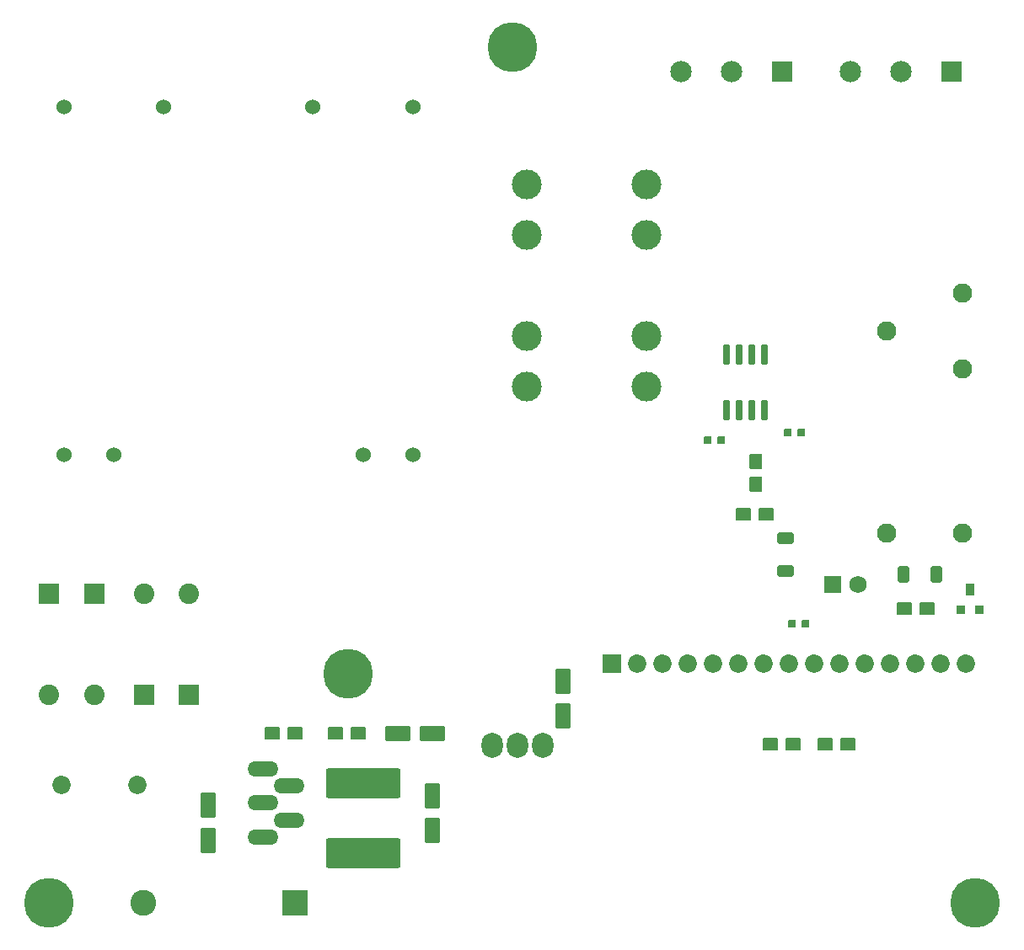
<source format=gbr>
%TF.GenerationSoftware,Altium Limited,Altium Designer,24.0.1 (36)*%
G04 Layer_Color=255*
%FSLAX45Y45*%
%MOMM*%
%TF.SameCoordinates,95B5C6B2-F670-4A0E-B731-85317CB4A22F*%
%TF.FilePolarity,Positive*%
%TF.FileFunction,Pads,Top*%
%TF.Part,Single*%
G01*
G75*
%TA.AperFunction,SMDPad,CuDef*%
G04:AMPARAMS|DCode=10|XSize=1.14mm|YSize=1.63mm|CornerRadius=0.1425mm|HoleSize=0mm|Usage=FLASHONLY|Rotation=0.000|XOffset=0mm|YOffset=0mm|HoleType=Round|Shape=RoundedRectangle|*
%AMROUNDEDRECTD10*
21,1,1.14000,1.34500,0,0,0.0*
21,1,0.85500,1.63000,0,0,0.0*
1,1,0.28500,0.42750,-0.67250*
1,1,0.28500,-0.42750,-0.67250*
1,1,0.28500,-0.42750,0.67250*
1,1,0.28500,0.42750,0.67250*
%
%ADD10ROUNDEDRECTD10*%
G04:AMPARAMS|DCode=11|XSize=1.524mm|YSize=1.27mm|CornerRadius=0.09525mm|HoleSize=0mm|Usage=FLASHONLY|Rotation=180.000|XOffset=0mm|YOffset=0mm|HoleType=Round|Shape=RoundedRectangle|*
%AMROUNDEDRECTD11*
21,1,1.52400,1.07950,0,0,180.0*
21,1,1.33350,1.27000,0,0,180.0*
1,1,0.19050,-0.66675,0.53975*
1,1,0.19050,0.66675,0.53975*
1,1,0.19050,0.66675,-0.53975*
1,1,0.19050,-0.66675,-0.53975*
%
%ADD11ROUNDEDRECTD11*%
G04:AMPARAMS|DCode=12|XSize=0.762mm|YSize=0.762mm|CornerRadius=0.0381mm|HoleSize=0mm|Usage=FLASHONLY|Rotation=180.000|XOffset=0mm|YOffset=0mm|HoleType=Round|Shape=RoundedRectangle|*
%AMROUNDEDRECTD12*
21,1,0.76200,0.68580,0,0,180.0*
21,1,0.68580,0.76200,0,0,180.0*
1,1,0.07620,-0.34290,0.34290*
1,1,0.07620,0.34290,0.34290*
1,1,0.07620,0.34290,-0.34290*
1,1,0.07620,-0.34290,-0.34290*
%
%ADD12ROUNDEDRECTD12*%
G04:AMPARAMS|DCode=13|XSize=1.524mm|YSize=1.27mm|CornerRadius=0.09525mm|HoleSize=0mm|Usage=FLASHONLY|Rotation=90.000|XOffset=0mm|YOffset=0mm|HoleType=Round|Shape=RoundedRectangle|*
%AMROUNDEDRECTD13*
21,1,1.52400,1.07950,0,0,90.0*
21,1,1.33350,1.27000,0,0,90.0*
1,1,0.19050,0.53975,0.66675*
1,1,0.19050,0.53975,-0.66675*
1,1,0.19050,-0.53975,-0.66675*
1,1,0.19050,-0.53975,0.66675*
%
%ADD13ROUNDEDRECTD13*%
%ADD14R,0.91440X1.27000*%
%ADD15R,0.91440X0.91440*%
G04:AMPARAMS|DCode=16|XSize=7.5mm|YSize=3mm|CornerRadius=0.225mm|HoleSize=0mm|Usage=FLASHONLY|Rotation=180.000|XOffset=0mm|YOffset=0mm|HoleType=Round|Shape=RoundedRectangle|*
%AMROUNDEDRECTD16*
21,1,7.50000,2.55000,0,0,180.0*
21,1,7.05000,3.00000,0,0,180.0*
1,1,0.45000,-3.52500,1.27500*
1,1,0.45000,3.52500,1.27500*
1,1,0.45000,3.52500,-1.27500*
1,1,0.45000,-3.52500,-1.27500*
%
%ADD16ROUNDEDRECTD16*%
G04:AMPARAMS|DCode=17|XSize=1.14mm|YSize=1.63mm|CornerRadius=0.1425mm|HoleSize=0mm|Usage=FLASHONLY|Rotation=90.000|XOffset=0mm|YOffset=0mm|HoleType=Round|Shape=RoundedRectangle|*
%AMROUNDEDRECTD17*
21,1,1.14000,1.34500,0,0,90.0*
21,1,0.85500,1.63000,0,0,90.0*
1,1,0.28500,0.67250,0.42750*
1,1,0.28500,0.67250,-0.42750*
1,1,0.28500,-0.67250,-0.42750*
1,1,0.28500,-0.67250,0.42750*
%
%ADD17ROUNDEDRECTD17*%
G04:AMPARAMS|DCode=18|XSize=2.5mm|YSize=1.6mm|CornerRadius=0.12mm|HoleSize=0mm|Usage=FLASHONLY|Rotation=90.000|XOffset=0mm|YOffset=0mm|HoleType=Round|Shape=RoundedRectangle|*
%AMROUNDEDRECTD18*
21,1,2.50000,1.36000,0,0,90.0*
21,1,2.26000,1.60000,0,0,90.0*
1,1,0.24000,0.68000,1.13000*
1,1,0.24000,0.68000,-1.13000*
1,1,0.24000,-0.68000,-1.13000*
1,1,0.24000,-0.68000,1.13000*
%
%ADD18ROUNDEDRECTD18*%
G04:AMPARAMS|DCode=19|XSize=2.032mm|YSize=0.6096mm|CornerRadius=0.04572mm|HoleSize=0mm|Usage=FLASHONLY|Rotation=270.000|XOffset=0mm|YOffset=0mm|HoleType=Round|Shape=RoundedRectangle|*
%AMROUNDEDRECTD19*
21,1,2.03200,0.51816,0,0,270.0*
21,1,1.94056,0.60960,0,0,270.0*
1,1,0.09144,-0.25908,-0.97028*
1,1,0.09144,-0.25908,0.97028*
1,1,0.09144,0.25908,0.97028*
1,1,0.09144,0.25908,-0.97028*
%
%ADD19ROUNDEDRECTD19*%
G04:AMPARAMS|DCode=20|XSize=2.5mm|YSize=1.6mm|CornerRadius=0.12mm|HoleSize=0mm|Usage=FLASHONLY|Rotation=0.000|XOffset=0mm|YOffset=0mm|HoleType=Round|Shape=RoundedRectangle|*
%AMROUNDEDRECTD20*
21,1,2.50000,1.36000,0,0,0.0*
21,1,2.26000,1.60000,0,0,0.0*
1,1,0.24000,1.13000,-0.68000*
1,1,0.24000,-1.13000,-0.68000*
1,1,0.24000,-1.13000,0.68000*
1,1,0.24000,1.13000,0.68000*
%
%ADD20ROUNDEDRECTD20*%
%TA.AperFunction,ComponentPad*%
%ADD28C,1.85000*%
%ADD29R,1.85000X1.85000*%
%ADD30C,5.00000*%
%ADD31C,2.15000*%
%ADD32R,2.15000X2.15000*%
%ADD33C,3.00000*%
%ADD34C,1.52400*%
%ADD35C,1.95000*%
%ADD36O,2.15000X2.50000*%
%ADD37R,1.75001X1.75001*%
%ADD38C,1.75001*%
%ADD39R,2.05000X2.05000*%
%ADD40C,2.05000*%
%ADD41C,1.85001*%
%ADD42O,3.10000X1.55000*%
%ADD43C,2.60000*%
%ADD44R,2.60000X2.60000*%
D10*
X8935000Y3650000D02*
D03*
X9263000D02*
D03*
D11*
X7820000Y1940000D02*
D03*
X7591400D02*
D03*
X8368600D02*
D03*
X8140000D02*
D03*
X7550000Y4253465D02*
D03*
X7321400D02*
D03*
X3450000Y2050000D02*
D03*
X3221400D02*
D03*
X2819634Y2051065D02*
D03*
X2591034D02*
D03*
X8935700Y3300000D02*
D03*
X9164300D02*
D03*
D12*
X7950000Y3150000D02*
D03*
X7810300D02*
D03*
X7104600Y4996866D02*
D03*
X6964900D02*
D03*
X7770300Y5070000D02*
D03*
X7910000D02*
D03*
D13*
X7450000Y4550671D02*
D03*
Y4779271D02*
D03*
D14*
X9600000Y3500000D02*
D03*
D15*
X9693980Y3296800D02*
D03*
X9503480D02*
D03*
D16*
X3500000Y1550000D02*
D03*
Y850000D02*
D03*
D17*
X7750000Y3686000D02*
D03*
Y4014000D02*
D03*
D18*
X5510000Y2572285D02*
D03*
Y2222286D02*
D03*
X4200000Y1075000D02*
D03*
Y1425000D02*
D03*
X1950000Y1325000D02*
D03*
Y975000D02*
D03*
D19*
X7536400Y5860466D02*
D03*
X7409400D02*
D03*
X7282400D02*
D03*
X7155400D02*
D03*
Y5301666D02*
D03*
X7282400D02*
D03*
X7409400D02*
D03*
X7536400D02*
D03*
D20*
X4200000Y2050000D02*
D03*
X3850000D02*
D03*
D28*
X9048000Y2750000D02*
D03*
X8794000D02*
D03*
X8540000D02*
D03*
X8286000D02*
D03*
X8032000D02*
D03*
X6762000D02*
D03*
X6508000D02*
D03*
X6254000D02*
D03*
X7016000D02*
D03*
X7270000D02*
D03*
X7524000D02*
D03*
X7778000D02*
D03*
X9302000D02*
D03*
X9556000D02*
D03*
D29*
X6000000D02*
D03*
D30*
X3350000Y2650000D02*
D03*
X9650000Y350000D02*
D03*
X5000000Y8950000D02*
D03*
X350000Y350000D02*
D03*
D31*
X8400000Y8700000D02*
D03*
X8908000D02*
D03*
X6692000D02*
D03*
X7200000D02*
D03*
D32*
X9416000D02*
D03*
X7708000D02*
D03*
D33*
X6350800Y5534300D02*
D03*
Y6042300D02*
D03*
Y7058300D02*
D03*
Y7566300D02*
D03*
X5150800Y5534300D02*
D03*
Y6042300D02*
D03*
Y7058300D02*
D03*
Y7566300D02*
D03*
D34*
X500000Y8350000D02*
D03*
X4000000D02*
D03*
X1500000D02*
D03*
X3000000D02*
D03*
X500000Y4850000D02*
D03*
X4000000D02*
D03*
X3500000D02*
D03*
X1000000D02*
D03*
D35*
X9525000Y6477000D02*
D03*
Y5715000D02*
D03*
X8763000Y6096000D02*
D03*
X9525000Y4064000D02*
D03*
X8763000D02*
D03*
D36*
X5304000Y1931666D02*
D03*
X5050000Y1931700D02*
D03*
X4796000D02*
D03*
D37*
X8223000Y3550000D02*
D03*
D38*
X8477000D02*
D03*
D39*
X1300000Y2442000D02*
D03*
X800000Y3458000D02*
D03*
X350000D02*
D03*
X1750000Y2442000D02*
D03*
D40*
X1300000Y3458000D02*
D03*
X800000Y2442000D02*
D03*
X350000D02*
D03*
X1750000Y3458000D02*
D03*
D41*
X1231000Y1529215D02*
D03*
X469000D02*
D03*
D42*
X2500000Y1690000D02*
D03*
X2760000Y1520000D02*
D03*
X2500000Y1350000D02*
D03*
X2760000Y1180000D02*
D03*
X2500000Y1010000D02*
D03*
D43*
X1297714Y350000D02*
D03*
D44*
X2821714D02*
D03*
%TF.MD5,dbfc29e249ba6226db95f7ceb2edb986*%
M02*

</source>
